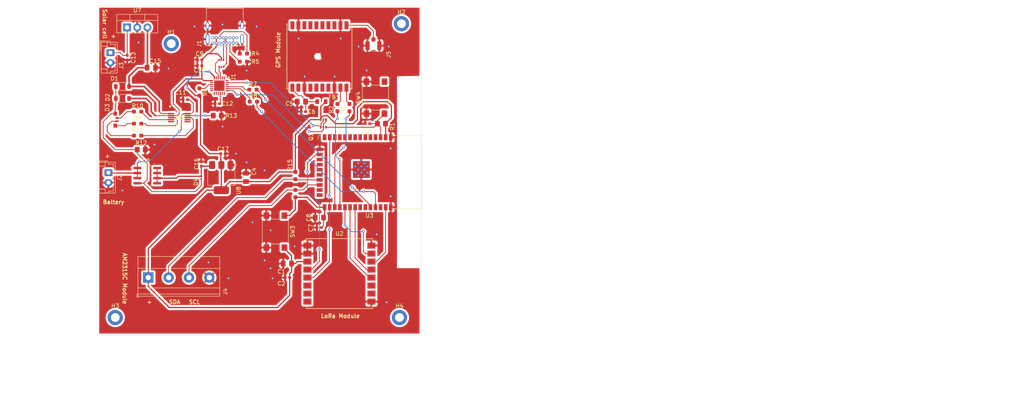
<source format=kicad_pcb>
(kicad_pcb (version 20240108) (generator "pcbnew") (generator_version "8.0")
  (layers (0 "F.Cu" signal) (31 "B.Cu" signal) (34 "B.Paste" user) (35 "F.Paste" user) (36 "B.SilkS" user "B.Silkscreen") (37 "F.SilkS" user "F.Silkscreen") (38 "B.Mask" user) (39 "F.Mask" user) (44 "Edge.Cuts" user))
  (net 0 "")
  (net 1 "+5V_USB")
  (net 2 "GND")
  (net 3 "Net-(J2-Pin_1)")
  (net 4 "Net-(J3-Pin_1)")
  (net 5 "Net-(D1-K)")
  (net 6 "+5V_cell")
  (net 7 "Net-(D3-G)")
  (net 8 "Net-(D3-B)")
  (net 9 "Net-(D3-R)")
  (net 10 "+5V")
  (net 11 "Net-(U4-VCC)")
  (net 12 "+3.3V")
  (net 13 "Net-(J1-CC2)")
  (net 14 "Net-(J1-CC1)")
  (net 15 "Net-(J5-In)")
  (net 16 "DTR")
  (net 17 "EN")
  (net 18 "RTS")
  (net 20 "Net-(U1-VPP)")
  (net 22 "Net-(U1-D+)")
  (net 23 "Net-(U1-~{RST})")
  (net 24 "Net-(U1-RXD)")
  (net 25 "Net-(U1-TXD)")
  (net 28 "Net-(U1-D-)")
  (net 38 "rst")
  (net 39 "CLK")
  (net 40 "DIO0")
  (net 41 "CS")
  (net 42 "MISO")
  (net 45 "MOSI")
  (net 63 "RX")
  (net 65 "TX")
  (net 66 "SCL")
  (net 68 "TX_GPS")
  (net 70 "SDA")
  (net 72 "RX_GPS")
  (net 74 "Net-(J1-D--PadA7)")
  (net 75 "Net-(J1-D+-PadA6)")
  (net 76 "Net-(U4-TX0)")
  (net 77 "Net-(U4-RX0)")
  (net 78 "Net-(U6-STAT1)")
  (net 79 "Net-(U6-STAT2)")
  (net 80 "Net-(U6-*PG)")
  (net 81 "Net-(U6-THERM)")
  (footprint "Diode_SMD:D_SOD-123" (layer "F.Cu") (at 56 47.5)
    (property "Reference" "D2")
    (property "Value" "1N4148W")
  )
  (footprint "MountingHole:MountingHole_2.2mm_M2_DIN965_Pad" (layer "F.Cu") (at 54.20625 102.29375)
    (property "Reference" "H3")
    (property "Value" "MountingHole_Pad")
  )
  (footprint "Resistor_SMD:R_0603_1608Metric_Pad0.98x0.95mm_HandSolder" (layer "F.Cu") (at 59.79375 50.79375)
    (property "Reference" "R10")
    (property "Value" "1k")
  )
  (footprint "MountingHole:MountingHole_2.2mm_M2_DIN965_Pad" (layer "F.Cu") (at 125.70625 28.79375)
    (property "Reference" "H2")
    (property "Value" "MountingHole_Pad")
  )
  (footprint "Resistor_SMD:R_0805_2012Metric_Pad1.20x1.40mm_HandSolder" (layer "F.Cu") (at 120.70625 53.79375 180)
    (property "Reference" "R1")
    (property "Value" "10k")
  )
  (footprint "Connector_Coaxial:U.FL_Hirose_U.FL-R-SMT-1_Vertical" (layer "F.Cu") (at 118.70625 33.79375 -90)
    (property "Reference" "J5")
    (property "Value" "Conn_Coaxial")
  )
  (footprint "LED_SMD:LED_Kingbright_APFA3010_3x1.5mm_Horizontal" (layer "F.Cu") (at 54.20625 52.79375 90)
    (property "Reference" "D3")
    (property "Value" "APFA3010")
  )
  (footprint "Resistor_SMD:R_0603_1608Metric_Pad0.98x0.95mm_HandSolder" (layer "F.Cu") (at 99.20625 71.29375 90)
    (property "Reference" "R14" (hide yes))
    (property "Value" "4k7")
  )
  (footprint "Capacitor_SMD:C_0402_1005Metric_Pad0.74x0.62mm_HandSolder" (layer "F.Cu") (at 71.70625 47.79375 180)
    (property "Reference" "C11")
    (property "Value" "4u7")
  )
  (footprint "Connector_JST:JST_EH_B2B-EH-A_1x02_P2.50mm_Vertical" (layer "F.Cu") (at 53.00625 36.04375 -90)
    (property "Reference" "J3")
    (property "Value" "Solar_cell")
  )
  (footprint "Resistor_SMD:R_0603_1608Metric_Pad0.98x0.95mm_HandSolder" (layer "F.Cu") (at 75.20625 45.88125 -90)
    (property "Reference" "R6")
    (property "Value" "4k7")
  )
  (footprint "Inductor_SMD:L_0805_2012Metric" (layer "F.Cu") (at 105.70625 48.29375)
    (property "Reference" "FB1")
    (property "Value" "FerriteBead")
  )
  (footprint "Capacitor_SMD:C_0402_1005Metric_Pad0.74x0.62mm_HandSolder" (layer "F.Cu") (at 101.20625 50.79375 180)
    (property "Reference" "C6")
    (property "Value" "1u")
  )
  (footprint "Resistor_SMD:R_0603_1608Metric_Pad0.98x0.95mm_HandSolder" (layer "F.Cu") (at 88.61875 45.29375)
    (property "Reference" "R7")
    (property "Value" "470")
  )
  (footprint "MTK3339:PA1616S_ADA" (layer "F.Cu") (at 105.20625 36.99375 90)
    (property "Reference" "U4")
    (property "Value" "MTK3339")
  )
  (footprint "Resistor_SMD:R_0603_1608Metric_Pad0.98x0.95mm_HandSolder" (layer "F.Cu") (at 99.20625 66.79375 -90)
    (property "Reference" "R15")
    (property "Value" "4k7")
  )
  (footprint "Package_TO_SOT_SMD:SOT-223-3_TabPin2" (layer "F.Cu") (at 80.70625 67.29375 -90)
    (property "Reference" "U8")
    (property "Value" "AMS1117-3.3")
  )
  (footprint "Button_Switch_SMD:SW_SPST_Omron_B3FS-100xP" (layer "F.Cu") (at 94.20625 80.79375 -90)
    (property "Reference" "SW3")
    (property "Value" "SW_Omron_B3FS")
  )
  (footprint "Capacitor_SMD:C_0805_2012Metric_Pad1.18x1.45mm_HandSolder" (layer "F.Cu") (at 63.20625 39.79375)
    (property "Reference" "C15")
    (property "Value" "100u")
  )
  (footprint "Package_DFN_QFN:QFN-24-1EP_4x4mm_P0.5mm_EP2.6x2.6mm" (layer "F.Cu") (at 80.20625 44.29375 -90)
    (property "Reference" "U1")
    (property "Value" "CP2104")
  )
  (footprint "Capacitor_SMD:C_0402_1005Metric_Pad0.74x0.62mm_HandSolder" (layer "F.Cu") (at 79.70625 48.79375 180)
    (property "Reference" "C12")
    (property "Value" "4u7")
  )
  (footprint "Package_TO_SOT_SMD:SOT-666" (layer "F.Cu") (at 80.70625 38.71875 90)
    (property "Reference" "U5")
    (property "Value" "USBLC6-2P6")
  )
  (footprint "Capacitor_SMD:C_0402_1005Metric_Pad0.74x0.62mm_HandSolder" (layer "F.Cu") (at 81.13875 61.29375)
    (property "Reference" "C17")
    (property "Value" "22u")
  )
  (footprint "Capacitor_SMD:C_0402_1005Metric_Pad0.74x0.62mm_HandSolder" (layer "F.Cu") (at 105.13875 79.79375 180)
    (property "Reference" "C7")
    (property "Value" "10u")
  )
  (footprint "Capacitor_SMD:C_0805_2012Metric_Pad1.18x1.45mm_HandSolder" (layer "F.Cu") (at 105.20625 77.29375 180)
    (property "Reference" "C8")
    (property "Value" "0.1u")
  )
  (footprint "Package_TO_SOT_SMD:IRF7404" (layer "F.Cu") (at 62.20625 66.79375)
    (property "Reference" "Q2")
    (property "Value" "IRF7404")
  )
  (footprint "Package_TO_SOT_SMD:SOT-363_SC-70-6" (layer "F.Cu") (at 106.20625 53.74375 90)
    (property "Reference" "Q1")
    (property "Value" "UMH3N")
  )
  (footprint "Capacitor_SMD:C_0402_1005Metric_Pad0.74x0.62mm_HandSolder" (layer "F.Cu") (at 75.70625 63.86125 90)
    (property "Reference" "C16")
    (property "Value" "10u")
  )
  (footprint "MountingHole:MountingHole_2.2mm_M2_DIN965_Pad" (layer "F.Cu") (at 125.20625 102.29375)
    (property "Reference" "H4")
    (property "Value" "MountingHole_Pad")
  )
  (footprint "RF_Module:Ai-Thinker-Ra-01-LoRa" (layer "F.Cu") (at 110.20625 91.29375)
    (property "Reference" "U2")
    (property "Value" "Ai-Thinker-Ra-02")
  )
  (footprint "Connector_JST:JST_EH_B2B-EH-A_1x02_P2.50mm_Vertical" (layer "F.Cu") (at 52.50625 66.04375 -90)
    (property "Reference" "J2")
    (property "Value" "Conn_01x02")
  )
  (footprint "Resistor_SMD:R_0603_1608Metric_Pad0.98x0.95mm_HandSolder" (layer "F.Cu") (at 59.79375 56.79375)
    (property "Reference" "R11")
    (property "Value" "1k")
  )
  (footprint "MountingHole:MountingHole_2.2mm_M2_DIN965_Pad" (layer "F.Cu") (at 68.20625 33.79375)
    (property "Reference" "H1")
    (property "Value" "MountingHole_Pad")
  )
  (footprint "Resistor_SMD:R_0603_1608Metric_Pad0.98x0.95mm_HandSolder" (layer "F.Cu") (at 109.70625 49.79375 90)
    (property "Reference" "R2")
    (property "Value" "470")
  )
  (footprint "Button_Switch_SMD:SW_SPST_Omron_B3FS-100xP" (layer "F.Cu") (at 119.20625 47.29375 90)
    (property "Reference" "SW4")
    (property "Value" "SW_Omron_B3FS")
  )
  (footprint "Capacitor_SMD:C_0805_2012Metric_Pad1.18x1.45mm_HandSolder" (layer "F.Cu") (at 97.20625 88.79375 180)
    (property "Reference" "C1")
    (property "Value" "0.1u")
  )
  (footprint "Capacitor_SMD:C_0402_1005Metric_Pad0.74x0.62mm_HandSolder" (layer "F.Cu") (at 97.20625 92.29375 180)
    (property "Reference" "C2")
    (property "Value" "22u")
  )
  (footprint "Capacitor_SMD:C_0805_2012Metric_Pad1.18x1.45mm_HandSolder" (layer "F.Cu") (at 100.70625 48.29375 180)
    (property "Reference" "C5")
    (property "Value" "0.1u")
  )
  (footprint "Resistor_SMD:R_0603_1608Metric_Pad0.98x0.95mm_HandSolder" (layer "F.Cu") (at 86.20625 36.29375 180)
    (property "Reference" "R4")
    (property "Value" "5k1")
  )
  (footprint "Capacitor_SMD:C_0402_1005Metric_Pad0.74x0.62mm_HandSolder" (layer "F.Cu") (at 117.20625 53.79375 180)
    (property "Reference" "C3")
    (property "Value" "10u")
  )
  (footprint "MCP73837:MSOP10_MC_MCH" (layer "F.Cu") (at 70.20625 52.29375)
    (property "Reference" "U6")
    (property "Value" "MCP73837-FCI/UN")
  )
  (footprint "Diode_SMD:D_SOD-123" (layer "F.Cu") (at 56 44.5)
    (property "Reference" "D1")
    (property "Value" "1N4148W")
  )
  (footprint "Resistor_SMD:R_0603_1608Metric_Pad0.98x0.95mm_HandSolder" (layer "F.Cu") (at 112.70625 49.79375 90)
    (property "Reference" "R3")
    (property "Value" "470")
  )
  (footprint "Package_TO_SOT_THT:TO-220-3_Vertical" (layer "F.Cu") (at 57.16625 29.73875)
    (property "Reference" "U7")
    (property "Value" "LM2931-5.0_TO220")
  )
  (footprint "Capacitor_SMD:C_0805_2012Metric_Pad1.18x1.45mm_HandSolder" (layer "F.Cu") (at 86.871963 67.247595 90)
    (property "Reference" "C4")
    (property "Value" "0.1u")
  )
  (footprint "RF_Module:ESP32-WROOM-32" (layer "F.Cu") (at 114.77125 65.94875 -90)
    (property "Reference" "U3")
    (property "Value" "ESP32-WROOM-32")
  )
  (footprint "Resistor_SMD:R_0603_1608Metric_Pad0.98x0.95mm_HandSolder" (layer "F.Cu") (at 59.79375 53.79375)
    (property "Reference" "R9")
    (property "Value" "1k")
  )
  (footprint "Capacitor_SMD:C_0402_1005Metric_Pad0.74x0.62mm_HandSolder" (layer "F.Cu") (at 75.27375 39.29375 180)
    (property "Reference" "C10")
    (property "Value" "100n")
  )
  (footprint "Capacitor_SMD:C_0402_1005Metric_Pad0.74x0.62mm_HandSolder" (layer "F.Cu") (at 57.20625 37.29375 -90)
    (property "Reference" "C13")
    (property "Value" "100n")
  )
  (footprint "Resistor_SMD:R_0603_1608Metric_Pad0.98x0.95mm_HandSolder" (layer "F.Cu") (at 86.20625 38.29375)
    (property "Reference" "R5")
    (property "Value" "5k1")
  )
  (footprint "Resistor_SMD:R_0603_1608Metric_Pad0.98x0.95mm_HandSolder" (layer "F.Cu") (at 88.70625 48.29375)
    (property "Reference" "R8")
    (property "Value" "470")
  )
  (footprint "Connector_USB:USB_C_Receptacle_GCT_USB4085" (layer "F.Cu") (at 84.55625 33.64375 180)
    (property "Reference" "J1")
    (property "Value" "USB_C_Receptacle_USB2.0")
  )
  (footprint "TerminalBlock_Phoenix:TerminalBlock_Phoenix_MKDS-1,5-4-5.08_1x04_P5.08mm_Horizontal" (layer "F.Cu") (at 62.46625 92.29375)
    (property "Reference" "J4")
    (property "Value" "Screw_Terminal_01x04")
  )
  (footprint "Capacitor_SMD:C_0402_1005Metric_Pad0.74x0.62mm_HandSolder" (layer "F.Cu") (at 75.27375 37.79375 180)
    (property "Reference" "C9")
    (property "Value" "22u")
  )
  (footprint "Resistor_SMD:R_0805_2012Metric_Pad1.20x1.40mm_HandSolder" (layer "F.Cu") (at 79.70625 51.79375)
    (property "Reference" "R13")
    (property "Value" "10k")
  )
  (footprint "Diode_SMD:D_0201_0603Metric" (layer "F.Cu") (at 75.70625 67.29375 -90)
    (property "Reference" "D4")
    (property "Value" "D_Schottky")
  )
  (footprint "Resistor_SMD:R_0805_2012Metric_Pad1.20x1.40mm_HandSolder" (layer "F.Cu") (at 60.70625 60.29375)
    (property "Reference" "R12")
    (property "Value" "100k")
  )
  (gr_rect (start 49.70625 24.296167) (end 130.708667 106.79375) (stroke (width 0.05)) (fill none) (layer "Edge.Cuts"))
  (gr_text "SDA" (at 67.5 99 0) (layer "F.SilkS") (effects (font (size 1 1) (thickness 0.2) (bold yes)) (justify left bottom)))
  (gr_text "+" (at 62 99 0) (layer "F.SilkS") (effects (font (size 1 1) (thickness 0.2) (bold yes)) (justify left bottom)))
  (gr_text "SCL\n" (at 72.5 99 0) (layer "F.SilkS") (effects (font (size 1 1) (thickness 0.2) (bold yes)) (justify left bottom)))
  (gr_text "GPS Module" (at 95.5 40 90) (layer "F.SilkS") (effects (font (size 1 1) (thickness 0.2) (bold yes)) (justify left bottom)))
  (gr_text "AM2315C Module" (at 56 86 -90) (layer "F.SilkS") (effects (font (size 1 1) (thickness 0.2) (bold yes)) (justify left bottom)))
  (gr_text "Battery" (at 51 74 0) (layer "F.SilkS") (effects (font (size 1 1) (thickness 0.2) (bold yes)) (justify left bottom)))
  (gr_text "+" (at 53 32.5 0) (layer "F.SilkS") (effects (font (size 1 1) (thickness 0.2) (bold yes)) (justify left bottom)))
  (gr_text "LoRa Module\n" (at 105.5 102.5 0) (layer "F.SilkS") (effects (font (size 1 1) (thickness 0.2) (bold yes)) (justify left bottom)))
  (gr_text "+" (at 51.5 62.5 0) (layer "F.SilkS") (effects (font (size 1 1) (thickness 0.2) (bold yes)) (justify left bottom)))
  (gr_text "Solar cell" (at 51 25 -90) (layer "F.SilkS") (effects (font (size 1 1) (thickness 0.2) (bold yes)) (justify left bottom)))
  (segment (start 61.9125 47.5) (end 57.65 47.5) (width 0.4) (layer "F.Cu") (net 1))
  (segment (start 68.70625 48.79375) (end 68.70625 48.29375) (width 0.2) (layer "F.Cu") (net 1))
  (segment (start 76.274874 43.04375) (end 78.26875 43.04375) (width 0.3) (layer "F.Cu") (net 1))
  (segment (start 65.20625 51.79375) (end 64.20625 51.79375) (width 0.2) (layer "F.Cu") (net 1))
  (segment (start 75.84125 42.610126) (end 76.274874 43.04375) (width 0.3) (layer "F.Cu") (net 1))
  (segment (start 63.20625 48.79375) (end 61.9125 47.5) (width 0.4) (layer "F.Cu") (net 1))
  (segment (start 65.206251 51.793751) (end 65.20625 51.79375) (width 0.2) (layer "F.Cu") (net 1))
  (segment (start 75.84125 37.79375) (end 75.84125 39.29375) (width 0.3) (layer "F.Cu") (net 1))
  (segment (start 68.70625 45.79375) (end 68.70625 48.29375) (width 0.3) (layer "F.Cu") (net 1))
  (segment (start 79.45625 32.29375) (end 79.45625 33.64375) (width 0.3) (layer "F.Cu") (net 1))
  (segment (start 75.84125 42.610126) (end 71.889874 42.610126) (width 0.3) (layer "F.Cu") (net 1))
  (segment (start 75.84125 39.29375) (end 75.84125 42.610126) (width 0.3) (layer "F.Cu") (net 1))
  (segment (start 77.70625 36.29375) (end 77.34125 36.29375) (width 0.3) (layer "F.Cu") (net 1))
  (segment (start 79.45625 33.64375) (end 79.45625 34.54375) (width 0.3) (layer "F.Cu") (net 1))
  (segment (start 64.20625 51.79375) (end 63.20625 50.79375) (width 0.4) (layer "F.Cu") (net 1))
  (segment (start 63.20625 50.79375) (end 63.20625 48.79375) (width 0.4) (layer "F.Cu") (net 1))
  (segment (start 69.706249 51.793751) (end 70.20625 51.29375) (width 0.2) (layer "F.Cu") (net 1))
  (segment (start 68.16155 51.793751) (end 65.206251 51.793751) (width 0.2) (layer "F.Cu") (net 1))
  (segment (start 79.70625 36.29375) (end 77.70625 36.29375) (width 0.3) (layer "F.Cu") (net 1))
  (segment (start 83.70625 33.64375) (end 83.70625 32.29375) (width 0.2) (layer "F.Cu") (net 1))
  (segment (start 70.20625 51.29375) (end 70.20625 50.29375) (width 0.2) (layer "F.Cu") (net 1))
  (segment (start 80.70625 37.79375) (end 80.70625 37.29375) (width 0.3) (layer "F.Cu") (net 1))
  (segment (start 70.20625 50.29375) (end 68.70625 48.79375) (width 0.2) (layer "F.Cu") (net 1))
  (segment (start 80.70625 37.29375) (end 79.70625 36.29375) (width 0.3) (layer "F.Cu") (net 1))
  (segment (start 77.34125 36.29375) (end 75.84125 37.79375) (width 0.3) (layer "F.Cu") (net 1))
  (segment (start 71.889874 42.610126) (end 68.70625 45.79375) (width 0.3) (layer "F.Cu") (net 1))
  (segment (start 79.45625 34.54375) (end 77.70625 36.29375) (width 0.3) (layer "F.Cu") (net 1))
  (segment (start 68.16155 51.793751) (end 69.706249 51.793751) (width 0.2) (layer "F.Cu") (net 1))
  (segment (start 83.70625 33.64375) (end 83.70625 34.138724) (width 0.2) (layer "B.Cu") (net 1))
  (segment (start 83.551224 34.29375) (end 80.037011 34.29375) (width 0.2) (layer "B.Cu") (net 1))
  (segment (start 79.45625 33.712989) (end 79.45625 33.64375) (width 0.2) (layer "B.Cu") (net 1))
  (segment (start 80.037011 34.29375) (end 79.45625 33.712989) (width 0.2) (layer "B.Cu") (net 1))
  (segment (start 83.70625 34.138724) (end 83.551224 34.29375) (width 0.2) (layer "B.Cu") (net 1))
  (via (at 93 90) (size 0.6) (drill 0.3) (layers "F.Cu" "B.Cu") (net 2))
  (via (at 64 59) (size 0.6) (drill 0.3) (layers "F.Cu" "B.Cu") (net 2))
  (via (at 122 98.5) (size 0.6) (drill 0.3) (layers "F.Cu" "B.Cu") (net 2))
  (via (at 91.5 65.5) (size 0.6) (drill 0.3) (layers "F.Cu" "B.Cu") (net 2))
  (via (at 115 34.5) (size 0.6) (drill 0.3) (layers "F.Cu" "B.Cu") (net 2))
  (via (at 123 60) (size 0.6) (drill 0.3) (layers "F.Cu" "B.Cu") (net 2))
  (via (at 87 40.5) (size 0.6) (drill 0.3) (layers "F.Cu" "B.Cu") (net 2))
  (via (at 56 70.5) (size 0.6) (drill 0.3) (layers "F.Cu" "B.Cu") (net 2))
  (via (at 123 72) (size 0.6) (drill 0.3) (layers "F.Cu" "B.Cu") (net 2))
  (via (at 74 29.5) (size 0.6) (drill 0.3) (layers "F.Cu" "B.Cu") (net 2))
  (via (at 117 40.5) (size 0.6) (drill 0.3) (layers "F.Cu" "B.Cu") (net 2))
  (via (at 89.5 29.5) (size 0.6) (drill 0.3) (layers "F.Cu" "B.Cu") (net 2))
  (via (at 82.5 92.5) (size 0.6) (drill 0.3) (layers "F.Cu" "B.Cu") (net 2))
  (via (at 109 42) (size 0.6) (drill 0.3) (layers "F.Cu" "B.Cu") (net 2))
  (via (at 87 63.5) (size 0.6) (drill 0.3) (layers "F.Cu" "B.Cu") (net 2))
  (via (at 88.5 78.5) (size 0.6) (drill 0.3) (layers "F.Cu" "B.Cu") (net 2))
  (via (at 84.407142 61.290659) (size 0.6) (drill 0.3) (layers "F.Cu" "B.Cu") (net 2))
  (via (at 101.5 42) (size 0.6) (drill 0.3) (layers "F.Cu" "B.Cu") (net 2))
  (via (at 110.5 32.5) (size 0.6) (drill 0.3) (layers "F.Cu" "B.Cu") (net 2))
  (via (at 100 32.5) (size 0.6) (drill 0.3) (layers "F.Cu" "B.Cu") (net 2))
  (via (at 93 80.5) (size 0.6) (drill 0.3) (layers "F.Cu" "B.Cu") (net 2))
  (via (at 119.5 81.5) (size 0.6) (drill 0.3) (layers "F.Cu" "B.Cu") (net 2))
  (via (at 93.5 92.5) (size 0.6) (drill 0.3) (layers "F.Cu" "B.Cu") (net 2))
  (via (at 81 29) (size 0.6) (drill 0.3) (layers "F.Cu" "B.Cu") (net 2))
  (via (at 60 33.5) (size 0.6) (drill 0.3) (layers "F.Cu" "B.Cu") (net 2))
  (via (at 122.5 34.5) (size 0.6) (drill 0.3) (layers "F.Cu" "B.Cu") (net 2))
  (via (at 81 54.5) (size 0.6) (drill 0.3) (layers "F.Cu" "B.Cu") (net 2))
  (via (at 77.5 88.5) (size 0.6) (drill 0.3) (layers "F.Cu" "B.Cu") (net 2))
  (via (at 67.5 40) (size 0.6) (drill 0.3) (layers "F.Cu" "B.Cu") (net 2))
  (via (at 91.5 88) (size 0.6) (drill 0.3) (layers "F.Cu" "B.Cu") (net 2))
  (via (at 99 84.5) (size 0.6) (drill 0.3) (layers "F.Cu" "B.Cu") (net 2))
  (segment (start 52.62125 66.15875) (end 52.50625 66.04375) (width 0.2) (layer "F.Cu") (net 3))
  (segment (start 73.206251 51.293749) (end 73.70625 50.79375) (width 0.2) (layer "F.Cu") (net 3))
  (segment (start 70.70625 51.79375) (end 70.70625 55.29375) (width 0.2) (layer "F.Cu") (net 3))
  (segment (start 72.755371 47.79375) (end 72.27375 47.79375) (width 0.2) (layer "F.Cu") (net 3))
  (segment (start 59.73125 64.88875) (end 59.73125 63.76875) (width 0.2) (layer "F.Cu") (net 3))
  (segment (start 59.73125 63.76875) (end 60.20625 63.29375) (width 0.2) (layer "F.Cu") (net 3))
  (segment (start 72.25095 51.293749) (end 71.206251 51.293749) (width 0.2) (layer "F.Cu") (net 3))
  (segment (start 59.73125 67.42875) (end 59.73125 64.88875) (width 0.2) (layer "F.Cu") (net 3))
  (segment (start 73.70625 50.79375) (end 73.70625 48.744629) (width 0.2) (layer "F.Cu") (net 3))
  (segment (start 70.70625 55.29375) (end 70.20625 55.79375) (width 0.2) (layer "F.Cu") (net 3))
  (segment (start 59.73125 66.15875) (end 52.62125 66.15875) (width 0.3) (layer "F.Cu") (net 3))
  (segment (start 73.70625 48.744629) (end 72.755371 47.79375) (width 0.2) (layer "F.Cu") (net 3))
  (segment (start 71.206251 51.293749) (end 70.70625 51.79375) (width 0.2) (layer "F.Cu") (net 3))
  (segment (start 72.25095 51.293749) (end 73.206251 51.293749) (width 0.2) (layer "F.Cu") (net 3))
  (via (at 70.20625 55.79375) (size 0.6) (drill 0.3) (layers "F.Cu" "B.Cu") (net 3))
  (via (at 60.20625 63.29375) (size 0.6) (drill 0.3) (layers "F.Cu" "B.Cu") (net 3))
  (segment (start 70.20625 55.79375) (end 62.70625 63.29375) (width 0.2) (layer "B.Cu") (net 3))
  (segment (start 62.70625 63.29375) (end 60.20625 63.29375) (width 0.2) (layer "B.Cu") (net 3))
  (segment (start 55.45625 36.04375) (end 53.00625 36.04375) (width 0.2) (layer "F.Cu") (net 4))
  (segment (start 57.20625 29.77875) (end 57.16625 29.73875) (width 0.2) (layer "F.Cu") (net 4))
  (segment (start 56.13875 36.72625) (end 55.45625 36.04375) (width 0.2) (layer "F.Cu") (net 4))
  (segment (start 57.20625 36.72625) (end 57.20625 29.77875) (width 0.2) (layer "F.Cu") (net 4))
  (segment (start 57.20625 36.72625) (end 56.13875 36.72625) (width 0.2) (layer "F.Cu") (net 4))
  (segment (start 75.70625 69.29375) (end 74.20625 70.79375) (width 0.2) (layer "F.Cu") (net 5))
  (segment (start 63.39625 70.79375) (end 61.30125 68.69875) (width 0.2) (layer "F.Cu") (net 5))
  (segment (start 61.30125 68.69875) (end 62.20625 67.79375) (width 0.2) (layer "F.Cu") (net 5))
  (segment (start 51.20625 57.29375) (end 54.20625 60.29375) (width 0.2) (layer "F.Cu") (net 5))
  (segment (start 54.20625 51.29375) (end 53.20625 51.29375) (width 0.2) (layer "F.Cu") (net 5))
  (segment (start 54.35 49.15) (end 54.35 47.5) (width 0.2) (layer "F.Cu") (net 5))
  (segment (start 54.35 44.5) (end 54.35 47.5) (width 0.2) (layer "F.Cu") (net 5))
  (segment (start 59.70625 61.29375) (end 59.70625 60.29375) (width 0.2) (layer "F.Cu") (net 5))
  (segment (start 54.20625 60.29375) (end 59.70625 60.29375) (width 0.2) (layer "F.Cu") (net 5))
  (segment (start 59.73125 68.69875) (end 61.30125 68.69875) (width 0.2) (layer "F.Cu") (net 5))
  (segment (start 75.70625 67.61375) (end 75.70625 69.29375) (width 0.2) (layer "F.Cu") (net 5))
  (segment (start 51.20625 53.29375) (end 51.20625 57.29375) (width 0.2) (layer "F.Cu") (net 5))
  (segment (start 53.20625 51.29375) (end 51.20625 53.29375) (width 0.2) (layer "F.Cu") (net 5))
  (segment (start 54.20625 49.29375) (end 54.35 49.15) (width 0.2) (layer "F.Cu") (net 5))
  (segment (start 74.20625 70.79375) (end 63.39625 70.79375) (width 0.2) (layer "F.Cu") (net 5))
  (segment (start 54.20625 49.29375) (end 54.20625 51.29375) (width 0.2) (layer "F.Cu") (net 5))
  (segment (start 62.20625 63.79375) (end 59.70625 61.29375) (width 0.2) (layer "F.Cu") (net 5))
  (segment (start 62.20625 67.79375) (end 62.20625 63.79375) (width 0.2) (layer "F.Cu") (net 5))
  (segment (start 66.206251 51.293749) (end 66.20625 51.29375) (width 0.2) (layer "F.Cu") (net 6))
  (segment (start 61.4125 44.5) (end 65.20625 48.29375) (width 0.4) (layer "F.Cu") (net 6))
  (segment (start 62.24625 29.73875) (end 62.24625 39.71625) (width 0.4) (layer "F.Cu") (net 6))
  (segment (start 57.65 41.97507) (end 57.65 44.5) (width 0.4) (layer "F.Cu") (net 6))
  (segment (start 62.16875 39.79375) (end 59.958777 39.79375) (width 0.4) (layer "F.Cu") (net 6))
  (segment (start 62.24625 39.71625) (end 62.16875 39.79375) (width 0.2) (layer "F.Cu") (net 6))
  (segment (start 59.958777 39.79375) (end 59.83132 39.79375) (width 0.2) (layer "F.Cu") (net 6))
  (segment (start 59.83132 39.79375) (end 57.65 41.97507) (width 0.4) (layer "F.Cu") (net 6))
  (segment (start 61.4125 44.5) (end 57.65 44.5) (width 0.4) (layer "F.Cu") (net 6))
  (segment (start 68.16155 51.293749) (end 66.206251 51.293749) (width 0.2) (layer "F.Cu") (net 6))
  (segment (start 65.20625 48.29375) (end 65.20625 50.79375) (width 0.4) (layer "F.Cu") (net 6))
  (segment (start 65.70625 51.29375) (end 65.20625 50.79375) (width 0.2) (layer "F.Cu") (net 6))
  (segment (start 66.20625 51.29375) (end 65.70625 51.29375) (width 0.2) (layer "F.Cu") (net 6))
  (segment (start 57.20625 50.79375) (end 58.88125 50.79375) (width 0.2) (layer "F.Cu") (net 7))
  (segment (start 54.65625 52.39375) (end 55.60625 52.39375) (width 0.2) (layer "F.Cu") (net 7))
  (segment (start 55.60625 52.39375) (end 57.20625 50.79375) (width 0.2) (layer "F.Cu") (net 7))
  (segment (start 52.20625 55.79375) (end 53.20625 56.79375) (width 0.2) (layer "F.Cu") (net 8))
  (segment (start 53.30625 53.19375) (end 52.20625 54.29375) (width 0.2) (layer "F.Cu") (net 8))
  (segment (start 52.20625 54.29375) (end 52.20625 55.79375) (width 0.2) (layer "F.Cu") (net 8))
  (segment (start 53.20625 56.79375) (end 58.88125 56.79375) (width 0.2) (layer "F.Cu") (net 8))
  (segment (start 54.65625 53.19375) (end 53.30625 53.19375) (width 0.2) (layer "F.Cu") (net 8))
  (segment (start 56.70625 54.29375) (end 54.20625 54.29375) (width 0.2) (layer "F.Cu") (net 9))
  (segment (start 58.88125 53.79375) (end 57.20625 53.79375) (width 0.2) (layer "F.Cu") (net 9))
  (segment (start 57.20625 53.79375) (end 56.70625 54.29375) (width 0.2) (layer "F.Cu") (net 9))
  (segment (start 69.945516 66.97375) (end 75.70625 66.97375) (width 0.3) (layer "F.Cu") (net 10))
  (segment (start 64.68125 67.42875) (end 64.68125 68.69875) (width 0.2) (layer "F.Cu") (net 10))
  (segment (start 64.68125 67.42875) (end 69.490516 67.42875) (width 0.3) (layer "F.Cu") (net 10))
  (segment (start 69.490516 67.42875) (end 69.945516 66.97375) (width 0.3) (layer "F.Cu") (net 10))
  (segment (start 75.70625 64.42875) (end 75.70625 66.97375) (width 0.3) (layer "F.Cu") (net 10))
  (segment (start 75.70625 64.42875) (end 78.12125 64.42875) (width 0.3) (layer "F.Cu") (net 10))
  (segment (start 64.68125 64.88875) (end 64.68125 67.42875) (width 0.2) (layer "F.Cu") (net 10))
  (segment (start 78.12125 64.42875) (end 78.40625 64.14375) (width 0.3) (layer "F.Cu") (net 10))
  (segment (start 101.74375 47.83125) (end 100.70625 46.79375) (width 0.2) (layer "F.Cu") (net 11))
  (segment (start 101.77375 50.79375) (end 101.77375 48.32375) (width 0.2) (layer "F.Cu") (net 11))
  (segment (start 104.64375 48.29375) (end 101.74375 48.29375) (width 0.2) (layer "F.Cu") (net 11))
  (segment (start 99.948251 46.79375) (end 98.456251 45.30175) (width 0.2) (layer "F.Cu") (net 11))
  (segment (start 98.456251 45.30175) (end 98.456251 44.79375) (width 0.2) (layer "F.Cu") (net 11))
  (segment (start 101.74375 48.29375) (end 101.74375 47.83125) (width 0.2) (layer "F.Cu") (net 11))
  (segment (start 100.70625 46.79375) (end 99.948251 46.79375) (width 0.2) (layer "F.Cu") (net 11))
  (segment (start 101.77375 48.32375) (end 101.74375 48.29375) (width 0.2) (layer "F.Cu") (net 11))
  (segment (start 62.46625 92.29375) (end 62.46625 85.03375) (width 0.3) (layer "F.Cu") (net 12))
  (segment (start 95.11875 65.88125) (end 92.70625 68.29375) (width 0.3) (layer "F.Cu") (net 12))
  (segment (start 86.871963 68.285095) (end 82.864905 68.285095) (width 0.3) (layer "F.Cu") (net 12))
  (segment (start 99.70625 88.29375) (end 102.20625 88.29375) (width 0.3) (layer "F.Cu") (net 12))
  (segment (start 97.77375 96.72625) (end 97.77375 92.29375) (width 0.3) (layer "F.Cu") (net 12))
  (segment (start 78.95625 42.015289) (end 77.750535 40.809574) (width 0.3) (layer "F.Cu") (net 12))
  (segment (start 92.20625 68.29375) (end 92.197595 68.285095) (width 0.3) (layer "F.Cu") (net 12))
  (segment (start 97.77375 91.36125) (end 98.24375 90.89125) (width 0.3) (layer "F.Cu") (net 12))
  (segment (start 92.70625 68.29375) (end 92.20625 68.29375) (width 0.3) (layer "F.Cu") (net 12))
  (segment (start 74.20625 46.79375) (end 72.20625 44.79375) (width 0.3) (layer "F.Cu") (net 12))
  (segment (start 116.20625 48.29375) (end 114.70625 49.79375) (width 0.3) (layer "F.Cu") (net 12))
  (segment (start 104.61125 74.69875) (end 102.11875 72.20625) (width 0.3) (layer "F.Cu") (net 12))
  (segment (start 80.57125 61.29375) (end 80.57125 64.00875) (width 0.3) (layer "F.Cu") (net 12))
  (segment (start 99.20625 65.88125) (end 95.11875 65.88125) (width 0.3) (layer "F.Cu") (net 12))
  (segment (start 123.20625 52.29375) (end 123.20625 49.29375) (width 0.3) (layer "F.Cu") (net 12))
  (segment (start 80.57125 61.29375) (end 77.70625 61.29375) (width 0.3) (layer "F.Cu") (net 12))
  (segment (start 106.76875 48.29375) (end 105.55625 49.50625) (width 0.3) (layer "F.Cu") (net 12))
  (segment (start 82.864905 68.285095) (end 80.70625 70.44375) (width 0.3) (layer "F.Cu") (net 12))
  (segment (start 92.197595 68.285095) (end 86.871963 68.285095) (width 0.3) (layer "F.Cu") (net 12))
  (segment (start 106.51125 74.69875) (end 104.61125 74.69875) (width 0.3) (layer "F.Cu") (net 12))
  (segment (start 97.77375 92.29375) (end 97.77375 91.36125) (width 0.3) (layer "F.Cu") (net 12))
  (segment (start 106.24375 79.25625) (end 105.70625 79.79375) (width 0.2) (layer "F.Cu") (net 12))
  (segment (start 122.20625 48.29375) (end 116.20625 48.29375) (width 0.3) (layer "F.Cu") (net 12))
  (segment (start 80.70625 64.14375) (end 80.70625 70.44375) (width 0.3) (layer "F.Cu") (net 12))
  (segment (start 105.55625 52.44375) (end 105.55625 52.79375) (width 0.2) (layer "F.Cu") (net 12))
  (segment (start 109.20625 53.79375) (end 107.20625 51.79375) (width 0.3) (layer "F.Cu") (net 12))
  (segment (start 121.75125 57.19875) (end 121.75125 53.83875) (width 0.3) (layer "F.Cu") (net 12))
  (segment (start 80.57125 64.00875) (end 80.70625 64.14375) (width 0.3) (layer "F.Cu") (net 12))
  (segment (start 67.70625 99.79375) (end 94.70625 99.79375) (width 0.3) (layer "F.Cu") (net 12))
  (segment (start 62.46625 92.29375) (end 62.46625 94.55375) (width 0.3) (layer "F.Cu") (net 12))
  (segment (start 77.70625 61.29375) (end 75.5 59.0875) (width 0.3) (layer "F.Cu") (net 12))
  (segment (start 96.45625 84.79375) (end 96.45625 85.04375) (width 0.3) (layer "F.Cu") (net 12))
  (segment (start 102.11875 72.20625) (end 99.20625 72.20625) (width 0.3) (layer "F.Cu") (net 12))
  (segment (start 98.24375 90.89125) (end 98.24375 88.79375) (width 0.3) (layer "F.Cu") (net 12))
  (segment (start 77.05625 70.44375) (end 80.70625 70.44375) (width 0.3) (layer "F.Cu") (net 12))
  (segment (start 97.70625 76.79375) (end 99.20625 75.29375) (width 0.3) (layer "F.Cu") (net 12))
  (segment (start 75.20625 46.79375) (end 74.20625 46.79375) (width 0.3) (layer "F.Cu") (net 12))
  (segment (start 98.24375 88.79375) (end 99.20625 88.79375) (width 0.3) (layer "F.Cu") (net 12))
  (segment (start 62.46625 94.55375) (end 67.70625 99.79375) (width 0.3) (layer "F.Cu") (net 12))
  (segment (start 102.970864 52.79375) (end 105.55625 52.79375) (width 0.3) (layer "F.Cu") (net 12))
  (segment (start 113.70625 53.79375) (end 109.20625 53.79375) (width 0.3) (layer "F.Cu") (net 12))
  (segment (start 105.55625 49.50625) (end 105.55625 52.79375) (width 0.3) (layer "F.Cu") (net 12))
  (segment (start 106.24375 77.29375) (end 106.24375 79.25625) (width 0.2) (layer "F.Cu") (net 12))
  (segment (start 98.24375 86.83125) (end 98.24375 88.79375) (width 0.3) (layer "F.Cu") (net 12))
  (segment (start 106.20625 51.79375) (end 105.55625 52.44375) (width 0.3) (layer "F.Cu") (net 12))
  (segment (start 114.70625 52.79375) (end 113.70625 53.79375) (width 0.3) (layer "F.Cu") (net 12))
  (segment (start 78.95625 42.35625) (end 78.95625 42.015289) (width 0.3) (layer "F.Cu") (net 12))
  (segment (start 106.51125 77.02625) (end 106.24375 77.29375) (width 0.3) (layer "F.Cu") (net 12))
  (segment (start 107.20625 51.79375) (end 106.20625 51.79375) (width 0.3) (layer "F.Cu") (net 12))
  (segment (start 99.20625 65.88125) (end 99.20625 56.558364) (width 0.3) (layer "F.Cu") (net 12))
  (segment (start 106.51125 74.69875) (end 106.51125 77.02625) (width 0.3) (layer "F.Cu") (net 12))
  (segment (start 75.5 59.0875) (end 75.5 47.0875) (width 0.3) (layer "F.Cu") (net 12))
  (segment (start 99.20625 56.558364) (end 102.970864 52.79375) (width 0.3) (layer "F.Cu") (net 12))
  (segment (start 121.70625 53.79375) (end 123.20625 52.29375) (width 0.3) (layer "F.Cu") (net 12))
  (segment (start 99.20625 88.79375) (end 99.70625 88.29375) (width 0.3) (layer "F.Cu") (net 12))
  (segment (start 96.45625 76.79375) (end 97.70625 76.79375) (width 0.3) (layer "F.Cu") (net 12))
  (segment (start 121.75125 53.83875) (end 121.70625 53.79375) (width 0.2) (layer "F.Cu") (net 12))
  (segment (start 114.70625 49.79375) (end 114.70625 52.79375) (width 0.3) (layer "F.Cu") (net 12))
  (segment (start 62.46625 85.03375) (end 77.05625 70.44375) (width 0.3) (layer "F.Cu") (net 12))
  (segment (start 94.70625 99.79375) (end 97.77375 96.72625) (width 0.3) (layer "F.Cu") (net 12))
  (segment (start 123.20625 49.29375) (end 122.20625 48.29375) (width 0.3) (layer "F.Cu") (net 12))
  (segment (start 75.5 47.0875) (end 75.20625 46.79375) (width 0.3) (layer "F.Cu") (net 12))
  (segment (start 96.45625 85.04375) (end 98.24375 86.83125) (width 0.3) (layer "F.Cu") (net 12))
  (segment (start 99.20625 75.29375) (end 99.20625 72.20625) (width 0.3) (layer "F.Cu") (net 12))
  (via (at 72.20625 44.79375) (size 0.6) (drill 0.3) (layers "F.Cu" "B.Cu") (net 12))
  (via (at 77.750535 40.809574) (size 0.6) (drill 0.3) (layers "F.Cu" "B.Cu") (net 12))
  (segment (start 74.690426 40.809574) (end 72.20625 43.29375) (width 0.3) (layer "B.Cu") (net 12))
  (segment (start 77.750535 40.809574) (end 74.690426 40.809574) (width 0.3) (layer "B.Cu") (net 12))
  (segment (start 72.20625 43.29375) (end 72.20625 44.79375) (width 0.3) (layer "B.Cu") (net 12))
  (segment (start 86.20625 30.79375) (end 81.311276 30.79375) (width 0.2) (layer "F.Cu") (net 13))
  (segment (start 80.30625 31.798776) (end 80.30625 32.29375) (width 0.2) (layer "F.Cu") (net 13))
  (segment (start 87.11875 31.70625) (end 86.20625 30.79375) (width 0.2) (layer "F.Cu") (net 13))
  (segment (start 81.311276 30.79375) (end 80.30625 31.798776) (width 0.2) (layer "F.Cu") (net 13))
  (segment (start 87.11875 36.29375) (end 87.11875 31.70625) (width 0.2) (layer "F.Cu") (net 13))
  (segment (start 82.85625 33.64375) (end 82.85625 35.85625) (width 0.2) (layer "F.Cu") (net 14))
  (segment (start 82.85625 35.85625) (end 85.29375 38.29375) (width 0.2) (layer "F.Cu") (net 14))
  (segment (start 118.70625 30.70625) (end 118.70625 32.74375) (width 0.2) (layer "F.Cu") (net 15))
  (segment (start 111.956249 29.19375) (end 117.19375 29.19375) (width 0.2) (layer "F.Cu") (net 15))
  (segment (start 117.19375 29.19375) (end 118.70625 30.70625) (width 0.2) (layer "F.Cu") (net 15))
  (segment (start 105.600158 54.649842) (end 105.55625 54.69375) (width 0.2) (layer "F.Cu") (net 16))
  (segment (start 105.600158 53.680939) (end 105.600158 54.649842) (width 0.2) (layer "F.Cu") (net 16))
  (segment (start 105.15625 54.29375) (end 103.70625 54.29375) (width 0.2) (layer "F.Cu") (net 16))
  (segment (start 105.55625 54.69375) (end 105.15625 54.29375) (width 0.2) (layer "F.Cu") (net 16))
  (segment (start 106.20625 52.79375) (end 106.20625 53.118749) (width 0.2) (layer "F.Cu") (net 16))
  (segment (start 82.14375 43.54375) (end 87.016689 43.54375) (width 0.2) (layer "F.Cu") (net 16))
  (segment (start 106.20625 53.118749) (end 105.64406 53.680939) (width 0.2) (layer "F.Cu") (net 16))
  (segment (start 105.64406 53.680939) (end 105.600158 53.680939) (width 0.2) (layer "F.Cu") (net 16))
  (segment (start 87.016689 43.54375) (end 87.034793 43.561854) (width 0.2) (layer "F.Cu") (net 16))
  (via (at 103.70625 54.29375) (size 0.6) (drill 0.3) (layers "F.Cu" "B.Cu") (net 16))
  (via (at 87.034793 43.561854) (size 0.6) (drill 0.3) (layers "F.Cu" "B.Cu") (net 16))
  (segment (start 103.70625 54.29375) (end 92.974354 43.561854) (width 0.2) (layer "B.Cu") (net 16))
  (segment (start 92.974354 43.561854) (end 87.034793 43.561854) (width 0.2) (layer "B.Cu") (net 16))
  (segment (start 106.85625 54.69375) (end 118.80625 54.69375) (width 0.2) (layer "F.Cu") (net 17))
  (segment (start 118.80625 54.69375) (end 119.70625 53.79375) (width 0.2) (layer "F.Cu") (net 17))
  (segment (start 119.70625 53.79375) (end 117.77375 53.79375) (width 0.2) (layer "F.Cu") (net 17))
  (segment (start 120.48125 57.19875) (end 120.48125 54.56875) (width 0.2) (layer "F.Cu") (net 17))
  (segment (start 121.45625 51.29375) (end 119.70625 53.04375) (width 0.2) (layer "F.Cu") (net 17))
  (segment (start 119.70625 53.04375) (end 119.70625 53.79375) (width 0.2) (layer "F.Cu") (net 17))
  (segment (start 120.48125 54.56875) (end 119.70625 53.79375) (width 0.2) (layer "F.Cu") (net 17))
  (segment (start 106.85625 52.79375) (end 106.85625 53.222336) (width 0.2) (layer "F.Cu") (net 18))
  (segment (start 106.85625 53.222336) (end 106.20625 53.872336) (width 0.2) (layer "F.Cu") (net 18))
  (segment (start 83.647102 45.54375) (end 82.14375 45.54375) (width 0.2) (layer "F.Cu") (net 18))
  (segment (start 106.20625 54.69375) (end 106.20625 55.29375) (width 0.2) (layer "F.Cu") (net 18))
  (segment (start 84.679711 46.576359) (end 83.647102 45.54375) (width 0.2) (layer "F.Cu") (net 18))
  (segment (start 105.70625 55.79375) (end 102.70625 55.79375) (width 0.2) (layer "F.Cu") (net 18))
  (segment (start 106.20625 53.872336) (end 106.20625 54.69375) (width 0.2) (layer "F.Cu") (net 18))
  (segment (start 106.20625 55.29375) (end 105.70625 55.79375) (width 0.2) (layer "F.Cu") (net 18))
  (via (at 84.679711 46.576359) (size 0.6) (drill 0.3) (layers "F.Cu" "B.Cu") (net 18))
  (via (at 102.70625 55.79375) (size 0.6) (drill 0.3) (layers "F.Cu" "B.Cu") (net 18))
  (segment (start 102.70625 55.79375) (end 93.488859 46.576359) (width 0.2) (layer "B.Cu") (net 18))
  (segment (start 93.488859 46.576359) (end 84.679711 46.576359) (width 0.2) (layer "B.Cu") (net 18))
  (segment (start 80.27375 48.79375) (end 80.45625 48.61125) (width 0.2) (layer "F.Cu") (net 20))
  (segment (start 80.45625 48.61125) (end 80.45625 46.23125) (width 0.2) (layer "F.Cu") (net 20))
  (segment (start 80.45625 42.35625) (end 80.45625 41.04375) (width 0.2) (layer "F.Cu") (net 22))
  (segment (start 80.45625 41.04375) (end 80.16875 40.75625) (width 0.2) (layer "F.Cu") (net 22))
  (segment (start 80.16875 40.75625) (end 80.16875 39.56875) (width 0.2) (layer "F.Cu") (net 22))
  (segment (start 78.26875 44.04375) (end 77.59526 44.04375) (width 0.2) (layer "F.Cu") (net 23))
  (segment (start 77.59526 44.04375) (end 76.67026 44.96875) (width 0.2) (layer "F.Cu") (net 23))
  (segment (start 76.67026 44.96875) (end 75.20625 44.96875) (width 0.2) (layer "F.Cu") (net 23))
  (segment (start 87.79375 47.38125) (end 85.45625 45.04375) (width 0.2) (layer "F.Cu") (net 24))
  (segment (start 87.79375 48.29375) (end 87.79375 47.38125) (width 0.2) (layer "F.Cu") (net 24))
  (segment (start 85.45625 45.04375) (end 82.14375 45.04375) (width 0.2) (layer "F.Cu") (net 24))
  (segment (start 87.70625 45.29375) (end 86.70625 45.29375) (width 0.2) (layer "F.Cu") (net 25))
  (segment (start 86.70625 45.29375) (end 85.95625 44.54375) (width 0.2) (layer "F.Cu") (net 25))
  (segment (start 85.95625 44.54375) (end 82.14375 44.54375) (width 0.2) (layer "F.Cu") (net 25))
  (segment (start 79.20625 38.83125) (end 80.16875 37.86875) (width 0.2) (layer "F.Cu") (net 28))
  (segment (start 79.95625 41.54375) (end 79.20625 40.79375) (width 0.2) (layer "F.Cu") (net 28))
  (segment (start 79.20625 40.79375) (end 79.20625 38.83125) (width 0.2) (layer "F.Cu") (net 28))
  (segment (start 79.95625 42.35625) (end 79.95625 41.54375) (width 0.2) (layer "F.Cu") (net 28))
  (segment (start 102.20625 63.61375) (end 102.20625 65.79375) (width 0.2) (layer "F.Cu") (net 38))
  (segment (start 102.20625 90.29375) (end 103.20625 90.29375) (width 0.2) (layer "F.Cu") (net 38))
  (segment (start 105.26125 61.50875) (end 104.31125 61.50875) (width 0.2) (layer "F.Cu") (net 38))
  (segment (start 104.31125 61.50875) (end 102.20625 63.61375) (width 0.2) (layer "F.Cu") (net 38))
  (segment (start 103.20625 90.29375) (end 105.20625 88.29375) (width 0.2) (layer "F.Cu") (net 38))
  (segment (start 105.20625 88.29375) (end 105.20625 85.29375) (width 0.2) (layer "F.Cu") (net 38))
  (via (at 105.20625 85.29375) (size 0.6) (drill 0.3) (layers "F.Cu" "B.Cu") (net 38))
  (via (at 102.20625 65.79375) (size 0.6) (drill 0.3) (layers "F.Cu" "B.Cu") (net 38))
  (segment (start 105.20625 73.617376) (end 102.20625 70.617376) (width 0.2) (layer "B.Cu") (net 38))
  (segment (start 102.20625 70.617376) (end 102.20625 65.79375) (width 0.2) (layer "B.Cu") (net 38))
  (segment (start 105.20625 85.29375) (end 105.20625 73.617376) (width 0.2) (layer "B.Cu") (net 38))
  (segment (start 117.70625 92.29375) (end 112.86125 87.44875) (width 0.2) (layer "F.Cu") (net 39))
  (segment (start 112.86125 87.44875) (end 112.86125 74.69875) (width 0.2) (layer "F.Cu") (net 39))
  (segment (start 118.20625 92.29375) (end 117.70625 92.29375) (width 0.2) (layer "F.Cu") (net 39))
  (segment (start 103.70625 92.29375) (end 107.70625 88.29375) (width 0.2) (layer "F.Cu") (net 40))
  (segment (start 102.20625 92.29375) (end 103.70625 92.29375) (width 0.2) (layer "F.Cu") (net 40))
  (segment (start 107.78125 71.71875) (end 107.70625 71.79375) (width 0.2) (layer "F.Cu") (net 40))
  (segment (start 107.70625 88.29375) (end 107.70625 80.29375) (width 0.2) (layer "F.Cu") (net 40))
  (segment (start 107.78125 57.19875) (end 107.78125 71.71875) (width 0.2) (layer "F.Cu") (net 40))
  (via (at 107.70625 80.29375) (size 0.6) (drill 0.3) (layers "F.Cu" "B.Cu") (net 40))
  (via (at 107.70625 71.79375) (size 0.6) (drill 0.3) (layers "F.Cu" "B.Cu") (net 40))
  (segment (start 107.70625 80.29375) (end 107.70625 71.79375) (width 0.2) (layer "B.Cu") (net 40))
  (segment (start 116.70625 86.29375) (end 116.20625 85.79375) (width 0.2) (layer "F.Cu") (net 41))
  (segment (start 116.20625 85.79375) (end 116.20625 80.79375) (width 0.2) (layer "F.Cu") (net 41))
  (segment (start 118.20625 86.29375) (end 116.70625 86.29375) (width 0.2) (layer "F.Cu") (net 41))
  (segment (start 111.59125 79.210956) (end 111.594331 79.214037) (width 0.2) (layer "F.Cu") (net 41))
  (segment (start 111.59125 74.69875) (end 111.59125 79.210956) (width 0.2) (layer "F.Cu") (net 41))
  (via (at 116.20625 80.79375) (size 0.6) (drill 0.3) (layers "F.Cu" "B.Cu") (net 41))
  (via (at 111.594331 79.214037) (size 0.6) (drill 0.3) (layers "F.Cu" "B.Cu") (net 41))
  (segment (start 113.174044 80.79375) (end 111.594331 79.214037) (width 0.2) (layer "B.Cu") (net 41))
  (segment (start 116.20625 80.79375) (end 113.174044 80.79375) (width 0.2) (layer "B.Cu") (net 41))
  (segment (start 117.00625 90.29375) (end 118.20625 90.29375) (width 0.2) (layer "F.Cu") (net 42))
  (segment (start 114.13125 87.41875) (end 117.00625 90.29375) (width 0.2) (layer "F.Cu") (net 42))
  (segment (start 114.13125 74.69875) (end 114.13125 87.41875) (width 0.2) (layer "F.Cu") (net 42))
  (segment (start 121.75125 85.94875) (end 119.40625 88.29375) (width 0.2) (layer "F.Cu") (net 45))
  (segment (start 119.40625 88.29375) (end 118.20625 88.29375) (width 0.2) (layer "F.Cu") (net 45))
  (segment (start 121.75125 74.69875) (end 121.75125 85.94875) (width 0.2) (layer "F.Cu") (net 45))
  (segment (start 117.94125 74.236792) (end 113.498235 69.793777) (width 0.2) (layer "F.Cu") (net 63))
  (segment (start 91.70625 47.46875) (end 89.53125 45.29375) (width 0.2) (layer "F.Cu") (net 63))
  (segment (start 91.70625 47.79375) (end 91.70625 47.46875) (width 0.2) (layer "F.Cu") (net 63))
  (segment (start 117.94125 74.69875) (end 117.94125 74.236792) (width 0.2) (layer "F.Cu") (net 63))
  (via (at 113.498235 69.793777) (size 0.6) (drill 0.3) (layers "F.Cu" "B.Cu") (net 63))
  (via (at 91.70625 47.79375) (size 0.6) (drill 0.3) (layers "F.Cu" "B.Cu") (net 63))
  (segment (start 112.998208 69.085708) (end 91.70625 47.79375) (width 0.2) (layer "B.Cu") (net 63))
  (segment (start 113.498235 69.793777) (end 112.998208 69.29375) (width 0.2) (layer "B.Cu") (net 63))
  (segment (start 112.998208 69.29375) (end 112.998208 69.085708) (width 0.2) (layer "B.Cu") (net 63))
  (segment (start 119.21125 74.69875) (end 119.21125 71.29875) (width 0.2) (layer "F.Cu") (net 65))
  (segment (start 119.21125 71.29875) (end 118.70625 70.79375) (width 0.2) (layer "F.Cu") (net 65))
  (segment (start 118.70625 70.79375) (end 116.20625 70.79375) (width 0.2) (layer "F.Cu") (net 65))
  (segment (start 90.70625 50.79375) (end 89.61875 49.70625) (width 0.2) (layer "F.Cu") (net 65))
  (segment (start 89.61875 49.70625) (end 89.61875 48.29375) (width 0.2) (layer "F.Cu") (net 65))
  (via (at 116.20625 70.79375) (size 0.6) (drill 0.3) (layers "F.Cu" "B.Cu") (net 65))
  (via (at 90.70625 50.79375) (size 0.6) (drill 0.3) (layers "F.Cu" "B.Cu") (net 65))
  (segment (start 110.70625 70.79375) (end 116.20625 70.79375) (width 0.2) (layer "B.Cu") (net 65))
  (segment (start 90.70625 50.79375) (end 110.70625 70.79375) (width 0.2) (layer "B.Cu") (net 65))
  (segment (start 101.11875 70.38125) (end 99.20625 70.38125) (width 0.2) (layer "F.Cu") (net 66))
  (segment (start 72.62625 89.37375) (end 87.70625 74.29375) (width 0.2) (layer "F.Cu") (net 66))
  (segment (start 72.62625 92.29375) (end 72.62625 89.37375) (width 0.2) (layer "F.Cu") (net 66))
  (segment (start 93.20625 74.29375) (end 97.11875 70.38125) (width 0.2) (layer "F.Cu") (net 66))
  (segment (start 105.26125 69.12875) (end 102.37125 69.12875) (width 0.2) (layer "F.Cu") (net 66))
  (segment (start 102.37125 69.12875) (end 101.11875 70.38125) (width 0.2) (layer "F.Cu") (net 66))
  (segment (start 97.11875 70.38125) (end 99.20625 70.38125) (width 0.2) (layer "F.Cu") (net 66))
  (segment (start 87.70625 74.29375) (end 93.20625 74.29375) (width 0.2) (layer "F.Cu") (net 66))
  (segment (start 112.70625 51.688694) (end 111.854413 52.540531) (width 0.2) (layer "F.Cu") (net 68))
  (segment (start 112.70625 50.70625) (end 112.70625 51.688694) (width 0.2) (layer "F.Cu") (net 68))
  (segment (start 111.20625 59.79375) (end 109.05125 61.94875) (width 0.2) (layer "F.Cu") (net 68))
  (segment (start 109.05125 61.94875) (end 109.05125 74.69875) (width 0.2) (layer "F.Cu") (net 68))
  (via (at 111.854413 52.540531) (size 0.6) (drill 0.3) (layers "F.Cu" "B.Cu") (net 68))
  (via (at 111.20625 59.79375) (size 0.6) (drill 0.3) (layers "F.Cu" "B.Cu") (net 68))
  (segment (start 111.854413 52.540531) (end 111.854413 59.145587) (width 0.2) (layer "B.Cu") (net 68))
  (segment (start 111.854413 59.145587) (end 111.20625 59.79375) (width 0.2) (layer "B.Cu") (net 68))
  (segment (start 84.70625 72.29375) (end 91.70625 72.29375) (width 0.2) (layer "F.Cu") (net 70))
  (segment (start 91.70625 72.29375) (end 96.29375 67.70625) (width 0.2) (layer "F.Cu") (net 70))
  (segment (start 96.29375 67.70625) (end 99.20625 67.70625) (width 0.2) (layer "F.Cu") (net 70))
  (segment (start 67.54625 92.29375) (end 67.54625 89.45375) (width 0.2) (layer "F.Cu") (net 70))
  (segment (start 67.54625 89.45375) (end 84.70625 72.29375) (width 0.2) (layer "F.Cu") (net 70))
  (segment (start 105.26125 67.85875) (end 99.35875 67.85875) (width 0.2) (layer "F.Cu") (net 70))
  (segment (start 99.35875 67.85875) (end 99.20625 67.70625) (width 0.2) (layer "F.Cu") (net 70))
  (segment (start 110.20625 62.79375) (end 110.32125 62.90875) (width 0.2) (layer "F.Cu") (net 72))
  (segment (start 109.70625 50.70625) (end 109.70625 52.491756) (width 0.2) (layer "F.Cu") (net 72))
  (segment (start 109.70625 52.491756) (end 109.72811 52.513616) (width 0.2) (layer "F.Cu") (net 72))
  (segment (start 110.32125 62.90875) (end 110.32125 74.69875) (width 0.2) (layer "F.Cu") (net 72))
  (via (at 109.72811 52.513616) (size 0.6) (drill 0.3) (layers "F.Cu" "B.Cu") (net 72))
  (via (at 110.20625 62.79375) (size 0.6) (drill 0.3) (layers "F.Cu" "B.Cu") (net 72))
  (segment (start 109.20625 53.035476) (end 109.20625 61.79375) (width 0.2) (layer "B.Cu") (net 72))
  (segment (start 109.72811 52.513616) (end 109.20625 53.035476) (width 0.2) (layer "B.Cu") (net 72))
  (segment (start 109.20625 61.79375) (end 110.20625 62.79375) (width 0.2) (layer "B.Cu") (net 72))
  (segment (start 82.00625 32.724511) (end 81.15625 33.574511) (width 0.2) (layer "F.Cu") (net 74))
  (segment (start 82.00625 32.29375) (end 82.00625 32.724511) (width 0.2) (layer "F.Cu") (net 74))
  (segment (start 81.24375 33.73125) (end 81.15625 33.64375) (width 0.2) (layer "F.Cu") (net 74))
  (segment (start 81.24375 37.86875) (end 81.24375 33.73125) (width 0.2) (layer "F.Cu") (net 74))
  (segment (start 81.15625 33.574511) (end 81.15625 33.64375) (width 0.2) (layer "F.Cu") (net 74))
  (segment (start 81.976442 38.605782) (end 82.00625 38.575974) (width 0.2) (layer "F.Cu") (net 75))
  (segment (start 81.976442 38.836058) (end 81.976442 38.605782) (width 0.2) (layer "F.Cu") (net 75))
  (segment (start 82.00625 38.575974) (end 82.00625 33.64375) (width 0.2) (layer "F.Cu") (net 75))
  (segment (start 81.24375 39.56875) (end 81.976442 38.836058) (width 0.2) (layer "F.Cu") (net 75))
  (segment (start 82.00625 33.212989) (end 81.15625 32.362989) (width 0.2) (layer "B.Cu") (net 75))
  (segment (start 81.15625 32.362989) (end 81.15625 32.29375) (width 0.2) (layer "B.Cu") (net 75))
  (segment (start 82.00625 33.64375) (end 82.00625 33.212989) (width 0.2) (layer "B.Cu") (net 75))
  (segment (start 110.45625 48.13125) (end 109.70625 48.88125) (width 0.2) (layer "F.Cu") (net 76))
  (segment (start 110.45625 44.79375) (end 110.45625 48.13125) (width 0.2) (layer "F.Cu") (net 76))
  (segment (start 111.956249 48.131249) (end 112.70625 48.88125) (width 0.2) (layer "F.Cu") (net 77))
  (segment (start 111.956249 44.79375) (end 111.956249 48.131249) (width 0.2) (layer "F.Cu") (net 77))
  (segment (start 68.16155 52.29375) (end 69.20625 52.29375) (width 0.2) (layer "F.Cu") (net 78))
  (segment (start 69.70625 53.79375) (end 69.20625 54.29375) (width 0.2) (layer "F.Cu") (net 78))
  (segment (start 69.20625 52.29375) (end 69.70625 52.79375) (width 0.2) (layer "F.Cu") (net 78))
  (segment (start 61.70625 53.79375) (end 60.70625 53.79375) (width 0.2) (layer "F.Cu") (net 78))
  (segment (start 69.70625 52.79375) (end 69.70625 53.79375) (width 0.2) (layer "F.Cu") (net 78))
  (segment (start 69.20625 54.29375) (end 62.20625 54.29375) (width 0.2) (layer "F.Cu") (net 78))
  (segment (start 62.20625 54.29375) (end 61.70625 53.79375) (width 0.2) (layer "F.Cu") (net 78))
  (segment (start 68.16155 52.793749) (end 64.206251 52.793749) (width 0.2) (layer "F.Cu") (net 79))
  (segment (start 64.206251 52.793749) (end 64.20625 52.79375) (width 0.2) (layer "F.Cu") (net 79))
  (segment (start 62.70625 52.79375) (end 60.70625 50.79375) (width 0.2) (layer "F.Cu") (net 79))
  (segment (start 64.20625 52.79375) (end 62.70625 52.79375) (width 0.2) (layer "F.Cu") (net 79))
  (segment (start 71.70625 56.79375) (end 60.70625 56.79375) (width 0.2) (layer "F.Cu") (net 80))
  (segment (start 73.20625 52.29375) (end 73.70625 52.79375) (width 0.2) (layer "F.Cu") (net 80))
  (segment (start 73.70625 52.79375) (end 73.70625 54.79375) (width 0.2) (layer "F.Cu") (net 80))
  (segment (start 72.25095 52.29375) (end 73.20625 52.29375) (width 0.2) (layer "F.Cu") (net 80))
  (segment (start 73.70625 54.79375) (end 71.70625 56.79375) (width 0.2) (layer "F.Cu") (net 80))
  (segment (start 74.5 51.79375) (end 74.499999 51.793751) (width 0.2) (layer "F.Cu") (net 81))
  (segment (start 76.70625 51.79375) (end 78.70625 51.79375) (width 0.2) (layer "F.Cu") (net 81))
  (segment (start 74.499999 51.793751) (end 72.25095 51.793751) (width 0.2) (layer "F.Cu") (net 81))
  (via (at 74.5 51.79375) (size 0.6) (drill 0.3) (layers "F.Cu" "B.Cu") (net 81))
  (via (at 76.70625 51.79375) (size 0.6) (drill 0.3) (layers "F.Cu" "B.Cu") (net 81))
  (segment (start 74.5 51.79375) (end 76.70625 51.79375) (width 0.2) (layer "B.Cu") (net 81))
  (zone (net 2) (net_name "GND") (layer "F.Cu") (connect_pads (clearance 0.5)) (min_thickness 0.25) (fill yes (thermal_gap 0.5) (thermal_bridge_width 0.5))
    (polygon (pts (xy 49.70625 24.296167) (xy 130.590496 24.395104) (xy 130.590496 41.819014) (xy 124.57125 41.94875) (xy 124.57125 89.94875) (xy 130.675078 89.94622) (xy 130.708667 106.79375) (xy 49.70625 106.79375)))
  )
)
</source>
